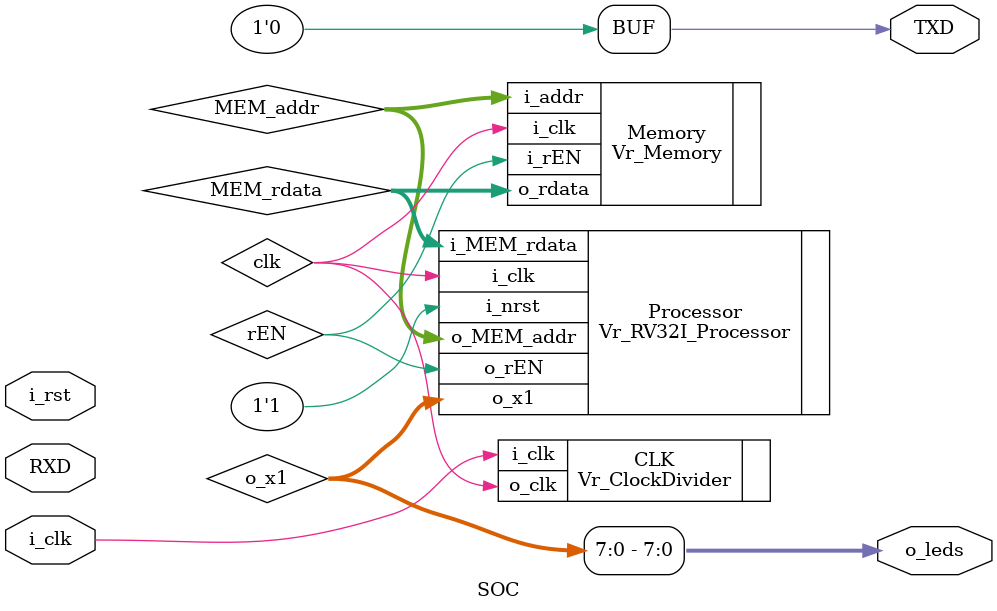
<source format=v>
`include "Vr_CLockDivider.v"
`include "Vr_Memory.v"
`include "Vr_RV32I_Processor.v"


module SOC #(parameter N = 32, M = 5, LEDS = 8) (
    input  i_clk,        
    input  i_rst,      
    output [LEDS-1:0] o_leds, 
    input  RXD,        
    output TXD         
);

    // Processor 
    Vr_RV32I_Processor Processor (
        .i_clk(clk),
        .i_MEM_rdata(MEM_rdata),
        .o_MEM_addr(MEM_addr),
        .o_rEN(rEN),
        .o_x1(o_x1),
        .i_nrst(1'b1)
    );

    //
    wire rEN;
    wire [31:0] MEM_rdata, MEM_addr, o_x1;
    //

    // RAM
    Vr_Memory Memory (
        .i_addr(MEM_addr),
        .i_clk(clk),
        .i_rEN(rEN),
        .o_rdata(MEM_rdata)
    );

    // ClockDivider
    wire clk;

    Vr_ClockDivider #(.DIV(19)) CLK (
        .o_clk(clk),
        .i_clk(i_clk)
        //.i_rst(rst),
        //.o_nrst(nrst)
    );

    // Leds
    assign o_leds = o_x1[LEDS-1:0];

    assign TXD  = 1'b0; // not used for now

endmodule
</source>
